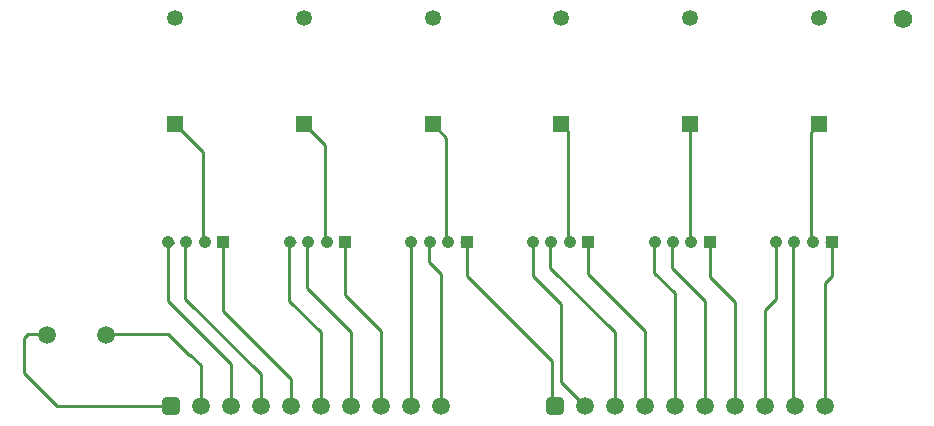
<source format=gtl>
G04*
G04 #@! TF.GenerationSoftware,Altium Limited,Altium Designer,23.10.1 (27)*
G04*
G04 Layer_Physical_Order=1*
G04 Layer_Color=255*
%FSLAX44Y44*%
%MOMM*%
G71*
G04*
G04 #@! TF.SameCoordinates,EF3A79F6-4BF0-4314-9102-79B481C5C986*
G04*
G04*
G04 #@! TF.FilePolarity,Positive*
G04*
G01*
G75*
%ADD13C,0.2540*%
%ADD18C,1.5700*%
%ADD22C,1.0700*%
%ADD23R,1.0700X1.0700*%
%ADD24C,1.5200*%
G04:AMPARAMS|DCode=25|XSize=1.52mm|YSize=1.52mm|CornerRadius=0.38mm|HoleSize=0mm|Usage=FLASHONLY|Rotation=0.000|XOffset=0mm|YOffset=0mm|HoleType=Round|Shape=RoundedRectangle|*
%AMROUNDEDRECTD25*
21,1,1.5200,0.7600,0,0,0.0*
21,1,0.7600,1.5200,0,0,0.0*
1,1,0.7600,0.3800,-0.3800*
1,1,0.7600,-0.3800,-0.3800*
1,1,0.7600,-0.3800,0.3800*
1,1,0.7600,0.3800,0.3800*
%
%ADD25ROUNDEDRECTD25*%
%ADD26R,1.3500X1.3500*%
%ADD27C,1.3500*%
%ADD28C,1.5080*%
D13*
X1306195Y639445D02*
Y668020D01*
X1300480Y633730D02*
X1306195Y639445D01*
X1273937Y530733D02*
X1275080Y529590D01*
X1273937Y530733D02*
Y668020D01*
X1249680Y610870D02*
X1259205Y620395D01*
Y668020D01*
X1203223Y638277D02*
X1224280Y617220D01*
X1203223Y638277D02*
Y668020D01*
X1170965Y646405D02*
X1198880Y618490D01*
X1170965Y646405D02*
Y668020D01*
X1156233Y642087D02*
Y668020D01*
Y642087D02*
X1173480Y624840D01*
X1100252Y640918D02*
Y668020D01*
Y640918D02*
X1148080Y593090D01*
X1067994Y646506D02*
Y668020D01*
Y646506D02*
X1122680Y591820D01*
X1053262Y639648D02*
Y668020D01*
Y639648D02*
X1076960Y615950D01*
X965022Y651688D02*
X975360Y641350D01*
X965022Y651688D02*
Y668020D01*
X997280Y639750D02*
Y668020D01*
Y639750D02*
X1069340Y567690D01*
X949960Y645160D02*
X950290Y645490D01*
Y668020D01*
X949960Y529590D02*
Y645160D01*
X759079Y620141D02*
Y668020D01*
Y620141D02*
X822960Y556260D01*
X862050Y628930D02*
X899160Y591820D01*
X862050Y628930D02*
Y668020D01*
X894308Y623342D02*
X924560Y593090D01*
X894308Y623342D02*
Y668020D01*
X791337Y609473D02*
X848360Y552450D01*
X791337Y609473D02*
Y668020D01*
X744220Y618490D02*
X797560Y565150D01*
X744220Y618490D02*
Y663448D01*
X748776Y668004D01*
Y668020D01*
X848319Y665226D02*
X848969D01*
X847090Y618490D02*
Y663997D01*
X848969Y666791D02*
X850199Y668020D01*
X847090Y618490D02*
X873760Y591820D01*
X848969Y665226D02*
Y666791D01*
X847090Y663997D02*
X848319Y665226D01*
X850199Y668020D02*
X851747D01*
X1069340Y529590D02*
Y567690D01*
X750570Y767800D02*
X774192Y744178D01*
Y668020D02*
Y744178D01*
X859536Y767800D02*
X877163Y750173D01*
Y668020D02*
Y750173D01*
X968502Y767800D02*
X980135Y756167D01*
Y668020D02*
Y756167D01*
X1077468Y767800D02*
X1083107Y762161D01*
Y668020D02*
Y762161D01*
X1186078Y668020D02*
Y767444D01*
X1186434Y767800D01*
X1289050Y668020D02*
Y761450D01*
X1295400Y767800D01*
X848360Y529590D02*
Y552450D01*
X822960Y529590D02*
Y556260D01*
X797560Y529590D02*
Y565150D01*
X763270Y572770D02*
X772160Y563880D01*
X744220Y590550D02*
X762000Y572770D01*
X772160Y529590D02*
Y563880D01*
X762000Y572770D02*
X763270D01*
X693020Y590550D02*
X744220D01*
X691750Y589280D02*
X693020Y590550D01*
X626110D02*
X640480D01*
X641750Y589280D01*
X622300Y586740D02*
X626110Y590550D01*
X622300Y557530D02*
Y586740D01*
X650240Y529590D02*
X746760D01*
X622300Y557530D02*
X650240Y529590D01*
X1301750Y668020D02*
X1304290Y665480D01*
X1300480Y529590D02*
Y633730D01*
X1249680Y529590D02*
Y610870D01*
X1224280Y529590D02*
Y617220D01*
X1198880Y529590D02*
Y618490D01*
X1173480Y529590D02*
Y624840D01*
X1148080Y529590D02*
Y593090D01*
X1122680Y529590D02*
Y591820D01*
X1076960Y549910D02*
X1097280Y529590D01*
X1076960Y549910D02*
Y615950D01*
X992835Y668020D02*
X993140Y667715D01*
X873760Y529590D02*
Y591820D01*
X899160Y529590D02*
Y591820D01*
X924560Y529590D02*
Y593090D01*
X975360Y529590D02*
Y641350D01*
D18*
X1366520Y857250D02*
D03*
D22*
X950417Y668020D02*
D03*
X981659D02*
D03*
X965911D02*
D03*
X1274826D02*
D03*
X1290574D02*
D03*
X1259332D02*
D03*
X1156360D02*
D03*
X1187602D02*
D03*
X1171854D02*
D03*
X862939D02*
D03*
X878687D02*
D03*
X847445D02*
D03*
X1053389D02*
D03*
X1084631D02*
D03*
X1068883D02*
D03*
X759968D02*
D03*
X775716D02*
D03*
X744474D02*
D03*
D23*
X997280D02*
D03*
X1306195D02*
D03*
X1203223D02*
D03*
X894308D02*
D03*
X1100252D02*
D03*
X791337D02*
D03*
D24*
X975360Y529590D02*
D03*
X949960D02*
D03*
X924560D02*
D03*
X873760D02*
D03*
X848360D02*
D03*
X822960D02*
D03*
X772160D02*
D03*
X797560D02*
D03*
X899160D02*
D03*
X1300480D02*
D03*
X1275080D02*
D03*
X1249680D02*
D03*
X1198880D02*
D03*
X1173480D02*
D03*
X1148080D02*
D03*
X1097280D02*
D03*
X1122680D02*
D03*
X1224280D02*
D03*
D25*
X746760D02*
D03*
X1071880D02*
D03*
D26*
X750570Y767800D02*
D03*
X1077468D02*
D03*
X859536D02*
D03*
X1186434D02*
D03*
X1295400D02*
D03*
X968502D02*
D03*
D27*
X750570Y857800D02*
D03*
X1077468D02*
D03*
X859536D02*
D03*
X1186434D02*
D03*
X1295400D02*
D03*
X968502D02*
D03*
D28*
X641750Y589280D02*
D03*
X691750D02*
D03*
M02*

</source>
